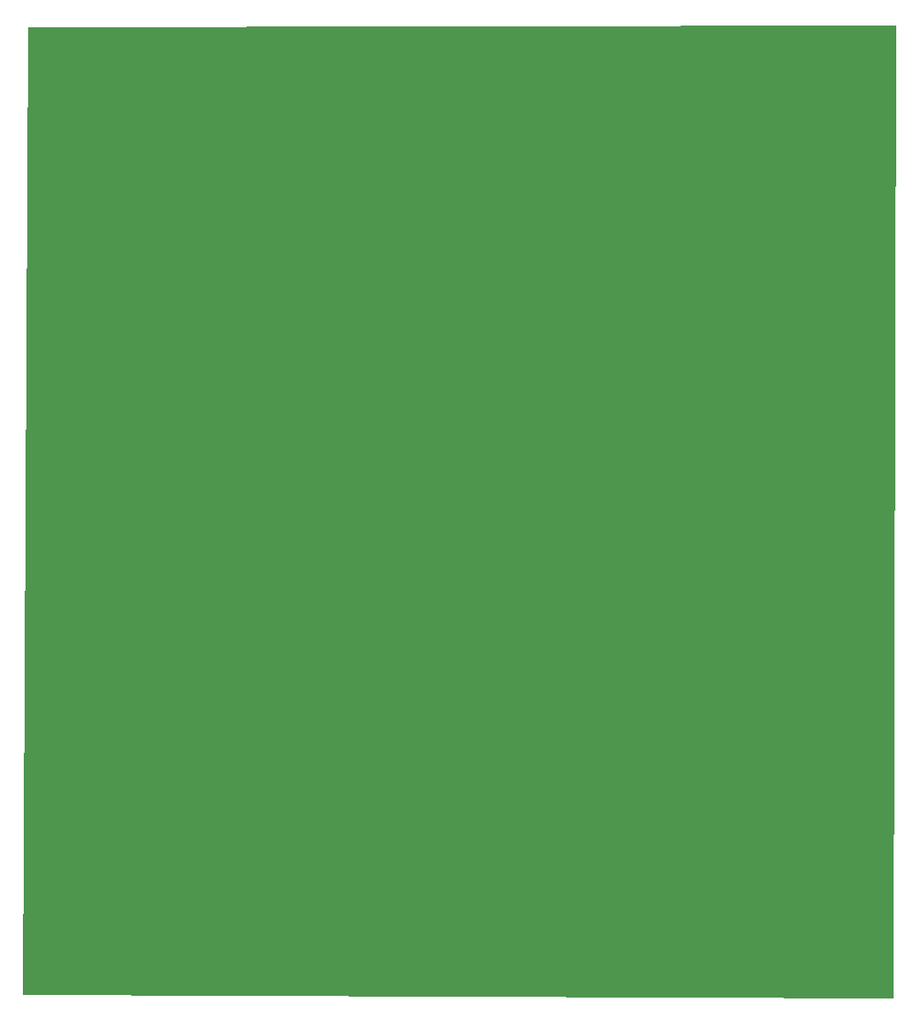
<source format=gbr>
G04 DipTrace 2.4.0.2*
%INBoard.gbr*%
%MOMM*%
%ADD10C,0.254*%
%FSLAX53Y53*%
G04*
G71*
G90*
G75*
G01*
%LNBoardPoly*%
%LPD*%
G36*
X10476Y103355D2*
D10*
X93988Y103514D1*
X93670Y10000D1*
X10000Y10318D1*
X10476Y103355D1*
G37*
M02*

</source>
